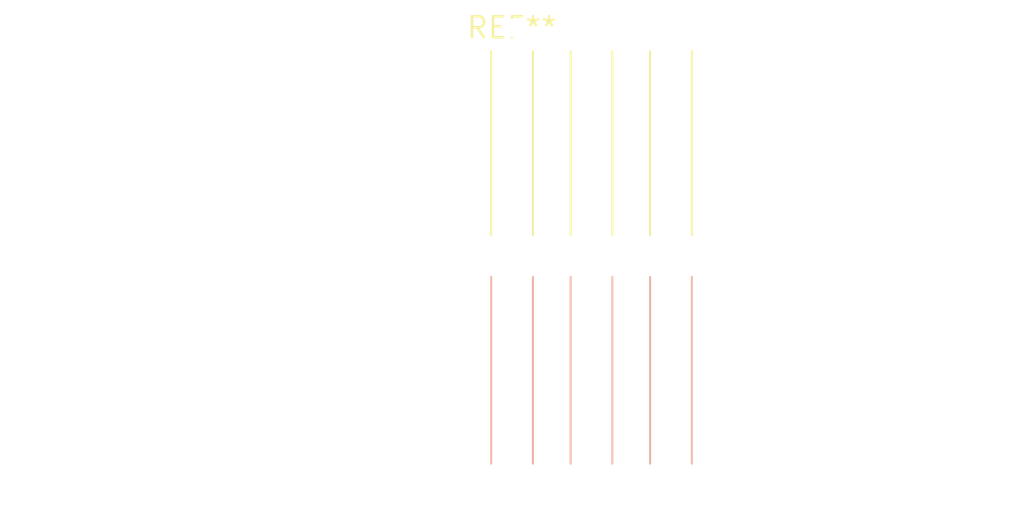
<source format=kicad_pcb>
(kicad_pcb (version 20240108) (generator pcbnew)
  (layers (0 "F.Cu" signal) (31 "B.Cu" signal) (34 "B.Paste" user) (35 "F.Paste" user) (36 "B.SilkS" user "B.Silkscreen") (37 "F.SilkS" user "F.Silkscreen") (38 "B.Mask" user) (39 "F.Mask" user) (44 "Edge.Cuts" user))
  (net 0 "")
  (footprint "SolderWire-0.5sqmm_1x03_P4.8mm_D0.9mm_OD2.3mm_Relief2x" (layer "F.Cu") (at 0 0)
    (property "Reference" "REF**")
    (property "Value" "SolderWire-0.5sqmm_1x03_P4.8mm_D0.9mm_OD2.3mm_Relief2x")
    (fp_line (start -1.26 15.06) (end -1.26 26.34) (layer "B.SilkS") (stroke (width 0.12)))
    (fp_line (start 1.26 15.06) (end 1.26 26.34) (layer "B.SilkS") (stroke (width 0.12)))
    (fp_line (start 3.54 15.06) (end 3.54 26.34) (layer "B.SilkS") (stroke (width 0.12)))
    (fp_line (start 6.06 15.06) (end 6.06 26.34) (layer "B.SilkS") (stroke (width 0.12)))
    (fp_line (start 8.34 15.06) (end 8.34 26.34) (layer "B.SilkS") (stroke (width 0.12)))
    (fp_line (start 10.86 15.06) (end 10.86 26.34) (layer "B.SilkS") (stroke (width 0.12)))
    (fp_line (start -1.26 1.41) (end -1.26 12.54) (layer "F.SilkS") (stroke (width 0.12)))
    (fp_line (start 1.26 1.41) (end 1.26 12.54) (layer "F.SilkS") (stroke (width 0.12)))
    (fp_line (start 3.54 1.41) (end 3.54 12.54) (layer "F.SilkS") (stroke (width 0.12)))
    (fp_line (start 6.06 1.41) (end 6.06 12.54) (layer "F.SilkS") (stroke (width 0.12)))
    (fp_line (start 8.34 1.41) (end 8.34 12.54) (layer "F.SilkS") (stroke (width 0.12)))
    (fp_line (start 10.86 1.41) (end 10.86 12.54) (layer "F.SilkS") (stroke (width 0.12)))
    (pad "" np_thru_hole circle (at 0 13.8) (size 2.8 2.8) (drill 2.8) (layers *.Cu *.Mask))
    (pad "" np_thru_hole circle (at 0 27.6) (size 2.8 2.8) (drill 2.8) (layers *.Cu *.Mask))
    (pad "" np_thru_hole circle (at 4.8 13.8) (size 2.8 2.8) (drill 2.8) (layers *.Cu *.Mask))
    (pad "" np_thru_hole circle (at 4.8 27.6) (size 2.8 2.8) (drill 2.8) (layers *.Cu *.Mask))
    (pad "" np_thru_hole circle (at 9.6 13.8) (size 2.8 2.8) (drill 2.8) (layers *.Cu *.Mask))
    (pad "" np_thru_hole circle (at 9.6 27.6) (size 2.8 2.8) (drill 2.8) (layers *.Cu *.Mask))
    (pad "1" thru_hole roundrect (at 0 0) (size 2.3 2.3) (drill 1.1) (layers *.Cu *.Mask) (remove_unused_layers) (roundrect_rratio 0.108696))
    (pad "2" thru_hole circle (at 4.8 0) (size 2.3 2.3) (drill 1.1) (layers *.Cu *.Mask) (remove_unused_layers))
    (pad "3" thru_hole circle (at 9.6 0) (size 2.3 2.3) (drill 1.1) (layers *.Cu *.Mask) (remove_unused_layers))
  )
)
</source>
